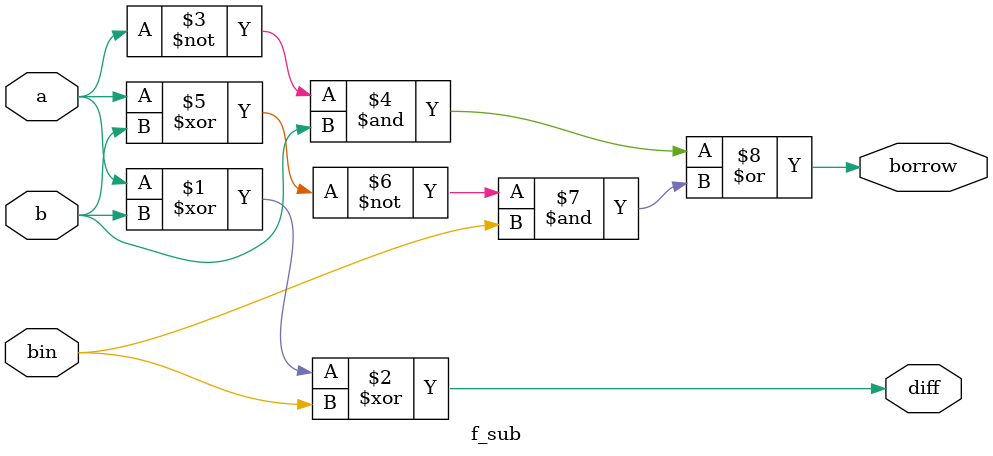
<source format=v>
module f_sub ( 
    input  wire a, b, bin,       // Inputs 
    output wire diff, borrow     // Outputs 
); 
 
    // Logic equations 
    assign diff   = a ^ b ^ bin;                  // Difference 
    assign borrow = (~a & b) | (~(a ^ b) & bin);  // Borrow logic 
 
endmodule
</source>
